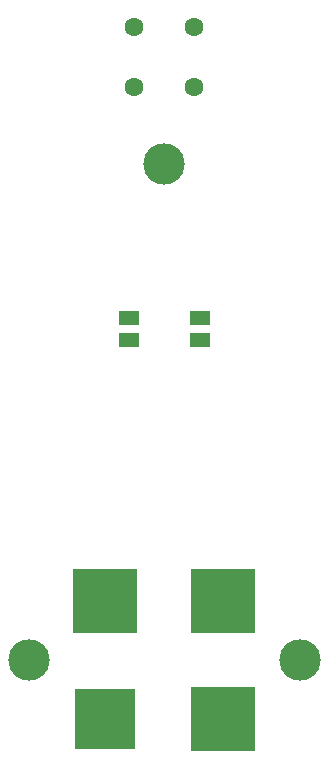
<source format=gbr>
G04 (created by PCBNEW (2013-may-18)-stable) date Пт 28 авг 2015 20:21:17*
%MOIN*%
G04 Gerber Fmt 3.4, Leading zero omitted, Abs format*
%FSLAX34Y34*%
G01*
G70*
G90*
G04 APERTURE LIST*
%ADD10C,0.00393701*%
%ADD11R,0.070748X0.050748*%
%ADD12R,0.204724X0.204724*%
%ADD13R,0.212598X0.212598*%
%ADD14C,0.137795*%
%ADD15C,0.0629921*%
G04 APERTURE END LIST*
G54D10*
G54D11*
X10428Y-17191D03*
X10428Y-16441D03*
X12790Y-16441D03*
X12790Y-17191D03*
G54D12*
X9640Y-29808D03*
G54D13*
X13577Y-29808D03*
X9640Y-25871D03*
X13577Y-25871D03*
G54D14*
X7081Y-27840D03*
X16137Y-27840D03*
X11609Y-11304D03*
G54D15*
X12609Y-6761D03*
X10609Y-6761D03*
X10609Y-8761D03*
X12609Y-8761D03*
M02*

</source>
